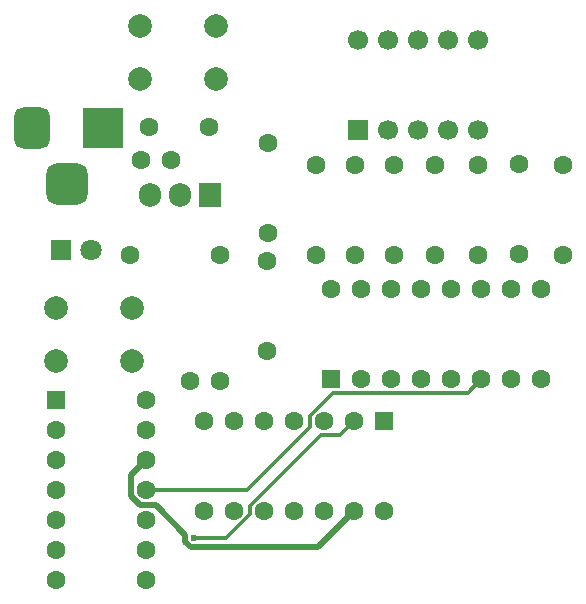
<source format=gbr>
%TF.GenerationSoftware,KiCad,Pcbnew,9.0.2*%
%TF.CreationDate,2025-11-09T02:01:15+01:00*%
%TF.ProjectId,digital_dice,64696769-7461-46c5-9f64-6963652e6b69,v1.0*%
%TF.SameCoordinates,Original*%
%TF.FileFunction,Copper,L2,Bot*%
%TF.FilePolarity,Positive*%
%FSLAX46Y46*%
G04 Gerber Fmt 4.6, Leading zero omitted, Abs format (unit mm)*
G04 Created by KiCad (PCBNEW 9.0.2) date 2025-11-09 02:01:15*
%MOMM*%
%LPD*%
G01*
G04 APERTURE LIST*
G04 Aperture macros list*
%AMRoundRect*
0 Rectangle with rounded corners*
0 $1 Rounding radius*
0 $2 $3 $4 $5 $6 $7 $8 $9 X,Y pos of 4 corners*
0 Add a 4 corners polygon primitive as box body*
4,1,4,$2,$3,$4,$5,$6,$7,$8,$9,$2,$3,0*
0 Add four circle primitives for the rounded corners*
1,1,$1+$1,$2,$3*
1,1,$1+$1,$4,$5*
1,1,$1+$1,$6,$7*
1,1,$1+$1,$8,$9*
0 Add four rect primitives between the rounded corners*
20,1,$1+$1,$2,$3,$4,$5,0*
20,1,$1+$1,$4,$5,$6,$7,0*
20,1,$1+$1,$6,$7,$8,$9,0*
20,1,$1+$1,$8,$9,$2,$3,0*%
G04 Aperture macros list end*
%TA.AperFunction,ComponentPad*%
%ADD10C,1.600000*%
%TD*%
%TA.AperFunction,ComponentPad*%
%ADD11C,2.000000*%
%TD*%
%TA.AperFunction,ComponentPad*%
%ADD12RoundRect,0.250000X0.550000X-0.550000X0.550000X0.550000X-0.550000X0.550000X-0.550000X-0.550000X0*%
%TD*%
%TA.AperFunction,ComponentPad*%
%ADD13RoundRect,0.250000X-0.550000X-0.550000X0.550000X-0.550000X0.550000X0.550000X-0.550000X0.550000X0*%
%TD*%
%TA.AperFunction,ComponentPad*%
%ADD14R,3.500000X3.500000*%
%TD*%
%TA.AperFunction,ComponentPad*%
%ADD15RoundRect,0.750000X-0.750000X-1.000000X0.750000X-1.000000X0.750000X1.000000X-0.750000X1.000000X0*%
%TD*%
%TA.AperFunction,ComponentPad*%
%ADD16RoundRect,0.875000X-0.875000X-0.875000X0.875000X-0.875000X0.875000X0.875000X-0.875000X0.875000X0*%
%TD*%
%TA.AperFunction,ComponentPad*%
%ADD17RoundRect,0.250000X-0.550000X0.550000X-0.550000X-0.550000X0.550000X-0.550000X0.550000X0.550000X0*%
%TD*%
%TA.AperFunction,ComponentPad*%
%ADD18R,1.800000X1.800000*%
%TD*%
%TA.AperFunction,ComponentPad*%
%ADD19C,1.800000*%
%TD*%
%TA.AperFunction,ComponentPad*%
%ADD20R,1.700000X1.700000*%
%TD*%
%TA.AperFunction,ComponentPad*%
%ADD21C,1.700000*%
%TD*%
%TA.AperFunction,ComponentPad*%
%ADD22R,1.905000X2.000000*%
%TD*%
%TA.AperFunction,ComponentPad*%
%ADD23O,1.905000X2.000000*%
%TD*%
%TA.AperFunction,ViaPad*%
%ADD24C,0.600000*%
%TD*%
%TA.AperFunction,Conductor*%
%ADD25C,0.300000*%
%TD*%
%TA.AperFunction,Conductor*%
%ADD26C,0.500000*%
%TD*%
G04 APERTURE END LIST*
D10*
%TO.P,R3,1*%
%TO.N,Net-(U3-b)*%
X158459109Y-78308200D03*
%TO.P,R3,2*%
%TO.N,Net-(U4-B)*%
X158459109Y-70688200D03*
%TD*%
%TO.P,R2,1*%
%TO.N,Net-(D1-A)*%
X140298109Y-78282800D03*
%TO.P,R2,2*%
%TO.N,Net-(U5-VO)*%
X132678109Y-78282800D03*
%TD*%
%TO.P,C4,1*%
%TO.N,GND*%
X137747309Y-88976200D03*
%TO.P,C4,2*%
%TO.N,Net-(U1-CV)*%
X140247309Y-88976200D03*
%TD*%
D11*
%TO.P,SW2,1,A*%
%TO.N,Net-(SW2-A)*%
X133467909Y-58928000D03*
X139967909Y-58928000D03*
%TO.P,SW2,2,B*%
%TO.N,Net-(SW2-B)*%
X133467909Y-63428000D03*
X139967909Y-63428000D03*
%TD*%
D10*
%TO.P,R4,1*%
%TO.N,Net-(U3-c)*%
X162142109Y-78308200D03*
%TO.P,R4,2*%
%TO.N,Net-(U4-C)*%
X162142109Y-70688200D03*
%TD*%
%TO.P,R10,1*%
%TO.N,Net-(D1-K)*%
X144311309Y-68859400D03*
%TO.P,R10,2*%
%TO.N,Net-(U1-DIS)*%
X144311309Y-76479400D03*
%TD*%
D12*
%TO.P,U3,1,B*%
%TO.N,Net-(U2-Q1)*%
X149696109Y-88849200D03*
D10*
%TO.P,U3,2,C*%
%TO.N,Net-(U2-Q2)*%
X152236109Y-88849200D03*
%TO.P,U3,3,LT*%
%TO.N,Net-(D1-K)*%
X154776109Y-88849200D03*
%TO.P,U3,4,BI*%
X157316109Y-88849200D03*
%TO.P,U3,5,RBI*%
X159856109Y-88849200D03*
%TO.P,U3,6,D*%
%TO.N,Net-(U2-Q3)*%
X162396109Y-88849200D03*
%TO.P,U3,7,A*%
%TO.N,Net-(U2-Q0)*%
X164936109Y-88849200D03*
%TO.P,U3,8,GND*%
%TO.N,GND*%
X167476109Y-88849200D03*
%TO.P,U3,9,e*%
%TO.N,Net-(U3-e)*%
X167476109Y-81229200D03*
%TO.P,U3,10,d*%
%TO.N,Net-(U3-d)*%
X164936109Y-81229200D03*
%TO.P,U3,11,c*%
%TO.N,Net-(U3-c)*%
X162396109Y-81229200D03*
%TO.P,U3,12,b*%
%TO.N,Net-(U3-b)*%
X159856109Y-81229200D03*
%TO.P,U3,13,a*%
%TO.N,Net-(U3-a)*%
X157316109Y-81229200D03*
%TO.P,U3,14,g*%
%TO.N,Net-(U3-g)*%
X154776109Y-81229200D03*
%TO.P,U3,15,f*%
%TO.N,Net-(U3-f)*%
X152236109Y-81229200D03*
%TO.P,U3,16,VCC*%
%TO.N,Net-(D1-K)*%
X149696109Y-81229200D03*
%TD*%
%TO.P,C5,1*%
%TO.N,GND*%
X134292909Y-67462400D03*
%TO.P,C5,2*%
%TO.N,Net-(SW2-B)*%
X139292909Y-67462400D03*
%TD*%
D13*
%TO.P,U2,1,CP1..3*%
%TO.N,Net-(U1-Q)*%
X126353509Y-90601800D03*
D10*
%TO.P,U2,2,R0(1)*%
%TO.N,Net-(D1-K)*%
X126353509Y-93141800D03*
%TO.P,U2,3,R0(2)*%
X126353509Y-95681800D03*
%TO.P,U2,4*%
%TO.N,N/C*%
X126353509Y-98221800D03*
%TO.P,U2,5,VCC*%
%TO.N,Net-(D1-K)*%
X126353509Y-100761800D03*
%TO.P,U2,6,R9(1)*%
%TO.N,Net-(U2-R9(1))*%
X126353509Y-103301800D03*
%TO.P,U2,7,R9(2)*%
X126353509Y-105841800D03*
%TO.P,U2,8,Q2*%
%TO.N,Net-(U2-Q2)*%
X133973509Y-105841800D03*
%TO.P,U2,9,Q1*%
%TO.N,Net-(U2-Q1)*%
X133973509Y-103301800D03*
%TO.P,U2,10,GND*%
%TO.N,GND*%
X133973509Y-100761800D03*
%TO.P,U2,11,Q3*%
%TO.N,Net-(U2-Q3)*%
X133973509Y-98221800D03*
%TO.P,U2,12,Q0*%
%TO.N,Net-(U2-Q0)*%
X133973509Y-95681800D03*
%TO.P,U2,13*%
%TO.N,N/C*%
X133973509Y-93141800D03*
%TO.P,U2,14,CP0*%
%TO.N,unconnected-(U2-CP0-Pad14)*%
X133973509Y-90601800D03*
%TD*%
D14*
%TO.P,J1,1*%
%TO.N,GND*%
X130321509Y-67589400D03*
D15*
%TO.P,J1,2*%
%TO.N,Net-(SW2-A)*%
X124321509Y-67589400D03*
D16*
%TO.P,J1,3*%
%TO.N,N/C*%
X127321509Y-72289400D03*
%TD*%
D10*
%TO.P,R6,1*%
%TO.N,Net-(U3-d)*%
X165621909Y-78257400D03*
%TO.P,R6,2*%
%TO.N,Net-(U4-D)*%
X165621909Y-70637400D03*
%TD*%
%TO.P,R5,1*%
%TO.N,Net-(U3-a)*%
X155004709Y-78308200D03*
%TO.P,R5,2*%
%TO.N,Net-(U4-A)*%
X155004709Y-70688200D03*
%TD*%
D17*
%TO.P,U6,1*%
%TO.N,Net-(U2-Q2)*%
X154110709Y-92405200D03*
D10*
%TO.P,U6,2*%
%TO.N,Net-(U2-Q1)*%
X151570709Y-92405200D03*
%TO.P,U6,3*%
%TO.N,N/C*%
X149030709Y-92405200D03*
%TO.P,U6,4*%
X146490709Y-92405200D03*
%TO.P,U6,5*%
X143950709Y-92405200D03*
%TO.P,U6,6*%
X141410709Y-92405200D03*
%TO.P,U6,7,GND*%
%TO.N,GND*%
X138870709Y-92405200D03*
%TO.P,U6,8*%
%TO.N,N/C*%
X138870709Y-100025200D03*
%TO.P,U6,9*%
X141410709Y-100025200D03*
%TO.P,U6,10*%
X143950709Y-100025200D03*
%TO.P,U6,11*%
X146490709Y-100025200D03*
%TO.P,U6,12*%
%TO.N,Net-(U2-R9(1))*%
X149030709Y-100025200D03*
%TO.P,U6,13*%
%TO.N,Net-(U2-Q0)*%
X151570709Y-100025200D03*
%TO.P,U6,14,VCC*%
%TO.N,Net-(D1-K)*%
X154110709Y-100025200D03*
%TD*%
D18*
%TO.P,D1,1,K*%
%TO.N,Net-(D1-K)*%
X126810709Y-77901800D03*
D19*
%TO.P,D1,2,A*%
%TO.N,Net-(D1-A)*%
X129350709Y-77901800D03*
%TD*%
D10*
%TO.P,R9,1*%
%TO.N,Net-(U3-g)*%
X151677309Y-78282800D03*
%TO.P,R9,2*%
%TO.N,Net-(U4-G)*%
X151677309Y-70662800D03*
%TD*%
%TO.P,R7,1*%
%TO.N,Net-(U3-e)*%
X169279509Y-78308200D03*
%TO.P,R7,2*%
%TO.N,Net-(U4-E)*%
X169279509Y-70688200D03*
%TD*%
%TO.P,C3,1*%
%TO.N,GND*%
X136081709Y-70281800D03*
%TO.P,C3,2*%
%TO.N,Net-(U5-VO)*%
X133581709Y-70281800D03*
%TD*%
%TO.P,R8,1*%
%TO.N,Net-(U3-f)*%
X148375309Y-78282800D03*
%TO.P,R8,2*%
%TO.N,Net-(U4-F)*%
X148375309Y-70662800D03*
%TD*%
%TO.P,R1,1*%
%TO.N,Net-(U1-DIS)*%
X144285909Y-78816200D03*
%TO.P,R1,2*%
%TO.N,Net-(U1-THR)*%
X144285909Y-86436200D03*
%TD*%
D20*
%TO.P,U4,1,G*%
%TO.N,Net-(U4-G)*%
X151982109Y-67741800D03*
D21*
%TO.P,U4,2,F*%
%TO.N,Net-(U4-F)*%
X154522109Y-67741800D03*
%TO.P,U4,3,CC*%
%TO.N,unconnected-(U4-CC-Pad3)*%
X157062109Y-67741800D03*
%TO.P,U4,4,E*%
%TO.N,Net-(U4-E)*%
X159602109Y-67741800D03*
%TO.P,U4,5,D*%
%TO.N,Net-(U4-D)*%
X162142109Y-67741800D03*
%TO.P,U4,6,DP*%
%TO.N,unconnected-(U4-DP-Pad6)*%
X162142109Y-60121800D03*
%TO.P,U4,7,C*%
%TO.N,Net-(U4-C)*%
X159602109Y-60121800D03*
%TO.P,U4,8,CC*%
%TO.N,unconnected-(U4-CC-Pad8)*%
X157062109Y-60121800D03*
%TO.P,U4,9,B*%
%TO.N,Net-(U4-B)*%
X154522109Y-60121800D03*
%TO.P,U4,10,A*%
%TO.N,Net-(U4-A)*%
X151982109Y-60121800D03*
%TD*%
D22*
%TO.P,U5,1,VI*%
%TO.N,Net-(SW2-B)*%
X139409109Y-73192600D03*
D23*
%TO.P,U5,2,GND*%
%TO.N,GND*%
X136869109Y-73192600D03*
%TO.P,U5,3,VO*%
%TO.N,Net-(U5-VO)*%
X134329109Y-73192600D03*
%TD*%
D11*
%TO.P,SW1,1,A*%
%TO.N,Net-(D1-K)*%
X126355909Y-82804000D03*
X132855909Y-82804000D03*
%TO.P,SW1,2,B*%
%TO.N,Net-(SW1-B)*%
X126355909Y-87304000D03*
X132855909Y-87304000D03*
%TD*%
D24*
%TO.N,Net-(U2-Q1)*%
X138088309Y-102311200D03*
%TD*%
D25*
%TO.N,Net-(U2-Q3)*%
X147879709Y-92881960D02*
X147879709Y-91928440D01*
X149807949Y-90000200D02*
X161245109Y-90000200D01*
X142539869Y-98221800D02*
X147879709Y-92881960D01*
X147879709Y-91928440D02*
X149807949Y-90000200D01*
X161245109Y-90000200D02*
X162396109Y-88849200D01*
X133973509Y-98221800D02*
X142539869Y-98221800D01*
%TO.N,Net-(U2-Q1)*%
X150419709Y-93556200D02*
X151570709Y-92405200D01*
X142799709Y-100263960D02*
X142799709Y-99548440D01*
X148791949Y-93556200D02*
X150419709Y-93556200D01*
X140752469Y-102311200D02*
X142799709Y-100263960D01*
X142799709Y-99548440D02*
X148791949Y-93556200D01*
X138088309Y-102311200D02*
X140752469Y-102311200D01*
D26*
%TO.N,Net-(U2-Q0)*%
X133973509Y-95681800D02*
X132722509Y-96932800D01*
X137777234Y-103062200D02*
X148533709Y-103062200D01*
X137337309Y-102000125D02*
X137337309Y-102622275D01*
X132722509Y-96932800D02*
X132722509Y-98739982D01*
X148533709Y-103062200D02*
X151570709Y-100025200D01*
X132722509Y-98739982D02*
X133455327Y-99472800D01*
X134809984Y-99472800D02*
X137337309Y-102000125D01*
X137337309Y-102622275D02*
X137777234Y-103062200D01*
X133455327Y-99472800D02*
X134809984Y-99472800D01*
%TD*%
M02*

</source>
